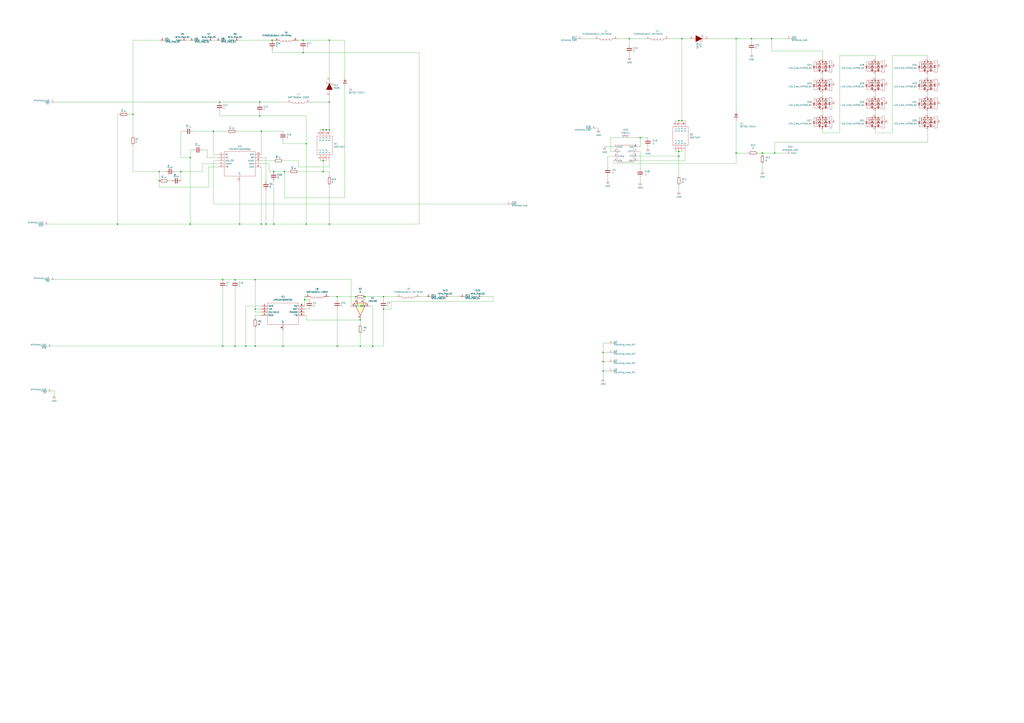
<source format=kicad_sch>
(kicad_sch (version 20211123) (generator eeschema)
  (paper "A1")
  (junction (at 213.36 95.25))
  (junction (at 214.63 184.15))
  (junction (at 295.91 284.48))
  (junction (at 209.55 229.87))
  (junction (at 156.21 184.15))
  (junction (at 633.73 31.75))
  (junction (at 495.3 304.8))
  (junction (at 224.79 184.15))
  (junction (at 148.59 140.97))
  (junction (at 265.43 132.08))
  (junction (at 214.63 107.95))
  (junction (at 224.79 140.97))
  (junction (at 617.22 31.75))
  (junction (at 193.04 229.87))
  (junction (at 182.88 284.48))
  (junction (at 265.43 106.68))
  (junction (at 180.34 83.82))
  (junction (at 270.51 33.02))
  (junction (at 270.51 106.68))
  (junction (at 156.21 129.54))
  (junction (at 495.3 297.18))
  (junction (at 209.55 254))
  (junction (at 232.41 284.48))
  (junction (at 267.97 106.68))
  (junction (at 213.36 83.82))
  (junction (at 276.86 284.48))
  (junction (at 557.53 124.46))
  (junction (at 626.11 125.73))
  (junction (at 233.68 140.97))
  (junction (at 604.52 31.75))
  (junction (at 557.53 99.06))
  (junction (at 193.04 284.48))
  (junction (at 248.92 33.02))
  (junction (at 248.92 43.18))
  (junction (at 130.81 140.97))
  (junction (at 314.96 254))
  (junction (at 276.86 243.84))
  (junction (at 251.46 118.11))
  (junction (at 560.07 99.06))
  (junction (at 130.81 148.59))
  (junction (at 314.96 243.84))
  (junction (at 201.93 284.48))
  (junction (at 292.1 243.84))
  (junction (at 109.22 93.98))
  (junction (at 223.52 33.02))
  (junction (at 218.44 184.15))
  (junction (at 306.07 284.48))
  (junction (at 295.91 262.89))
  (junction (at 299.72 243.84))
  (junction (at 557.53 128.27))
  (junction (at 516.89 31.75))
  (junction (at 182.88 229.87))
  (junction (at 96.52 184.15))
  (junction (at 175.26 107.95))
  (junction (at 251.46 184.15))
  (junction (at 495.3 289.56))
  (junction (at 525.78 113.03))
  (junction (at 636.27 125.73))
  (junction (at 196.85 184.15))
  (junction (at 250.19 246.38))
  (junction (at 270.51 83.82))
  (junction (at 560.07 31.75))
  (junction (at 604.52 125.73))
  (junction (at 265.43 140.97))
  (junction (at 270.51 184.15))
  (junction (at 209.55 284.48))
  (wire (pts (xy 251.46 184.15) (xy 224.79 184.15)))
  (wire (pts (xy 130.81 148.59) (xy 130.81 153.67)))
  (wire (pts (xy 581.66 31.75) (xy 604.52 31.75)))
  (wire (pts (xy 265.43 140.97) (xy 270.51 140.97)))
  (wire (pts (xy 270.51 140.97) (xy 270.51 144.78)))
  (wire (pts (xy 158.75 123.19) (xy 156.21 123.19)))
  (wire (pts (xy 213.36 95.25) (xy 251.46 95.25)))
  (wire (pts (xy 718.82 60.96) (xy 718.82 63.5)))
  (wire (pts (xy 562.61 132.08) (xy 562.61 124.46)))
  (wire (pts (xy 504.19 134.62) (xy 604.52 134.62)))
  (wire (pts (xy 303.53 251.46) (xy 306.07 251.46)))
  (wire (pts (xy 523.24 132.08) (xy 562.61 132.08)))
  (wire (pts (xy 44.45 229.87) (xy 182.88 229.87)))
  (wire (pts (xy 218.44 148.59) (xy 218.44 129.54)))
  (wire (pts (xy 288.29 251.46) (xy 288.29 229.87)))
  (wire (pts (xy 675.64 91.44) (xy 675.64 93.98)))
  (wire (pts (xy 499.11 128.27) (xy 499.11 137.16)))
  (wire (pts (xy 675.64 60.96) (xy 675.64 63.5)))
  (wire (pts (xy 557.53 128.27) (xy 557.53 144.78)))
  (wire (pts (xy 495.3 289.56) (xy 500.38 289.56)))
  (wire (pts (xy 196.85 149.86) (xy 196.85 184.15)))
  (wire (pts (xy 220.98 140.97) (xy 224.79 140.97)))
  (wire (pts (xy 675.64 106.68) (xy 675.64 109.22)))
  (wire (pts (xy 265.43 132.08) (xy 267.97 132.08)))
  (wire (pts (xy 209.55 259.08) (xy 209.55 261.62)))
  (wire (pts (xy 233.68 140.97) (xy 233.68 162.56)))
  (wire (pts (xy 523.24 128.27) (xy 557.53 128.27)))
  (wire (pts (xy 224.79 148.59) (xy 224.79 184.15)))
  (wire (pts (xy 295.91 266.7) (xy 295.91 262.89)))
  (wire (pts (xy 496.57 120.65) (xy 504.19 120.65)))
  (wire (pts (xy 223.52 43.18) (xy 248.92 43.18)))
  (wire (pts (xy 504.19 132.08) (xy 504.19 134.62)))
  (wire (pts (xy 170.18 123.19) (xy 170.18 129.54)))
  (wire (pts (xy 525.78 113.03) (xy 525.78 120.65)))
  (wire (pts (xy 270.51 33.02) (xy 270.51 63.5)))
  (wire (pts (xy 495.3 281.94) (xy 500.38 281.94)))
  (wire (pts (xy 158.75 107.95) (xy 175.26 107.95)))
  (wire (pts (xy 218.44 129.54) (xy 214.63 129.54)))
  (wire (pts (xy 617.22 31.75) (xy 617.22 34.29)))
  (wire (pts (xy 604.52 134.62) (xy 604.52 125.73)))
  (wire (pts (xy 288.29 229.87) (xy 209.55 229.87)))
  (wire (pts (xy 193.04 284.48) (xy 201.93 284.48)))
  (wire (pts (xy 209.55 254) (xy 214.63 254)))
  (wire (pts (xy 516.89 44.45) (xy 516.89 46.99)))
  (wire (pts (xy 718.82 45.72) (xy 718.82 48.26)))
  (wire (pts (xy 201.93 251.46) (xy 201.93 284.48)))
  (wire (pts (xy 495.3 297.18) (xy 500.38 297.18)))
  (wire (pts (xy 245.11 33.02) (xy 248.92 33.02)))
  (wire (pts (xy 251.46 118.11) (xy 251.46 184.15)))
  (wire (pts (xy 224.79 184.15) (xy 218.44 184.15)))
  (wire (pts (xy 394.97 243.84) (xy 405.13 243.84)))
  (wire (pts (xy 109.22 119.38) (xy 109.22 140.97)))
  (wire (pts (xy 732.79 109.22) (xy 732.79 45.72)))
  (wire (pts (xy 39.37 184.15) (xy 96.52 184.15)))
  (wire (pts (xy 416.56 167.64) (xy 175.26 167.64)))
  (wire (pts (xy 180.34 91.44) (xy 180.34 95.25)))
  (wire (pts (xy 180.34 95.25) (xy 213.36 95.25)))
  (wire (pts (xy 251.46 95.25) (xy 251.46 118.11)))
  (wire (pts (xy 523.24 124.46) (xy 525.78 124.46)))
  (wire (pts (xy 250.19 254) (xy 254 254)))
  (wire (pts (xy 499.11 144.78) (xy 499.11 148.59)))
  (wire (pts (xy 557.53 152.4) (xy 557.53 157.48)))
  (wire (pts (xy 218.44 184.15) (xy 214.63 184.15)))
  (wire (pts (xy 170.18 129.54) (xy 179.07 129.54)))
  (wire (pts (xy 557.53 124.46) (xy 557.53 128.27)))
  (wire (pts (xy 175.26 127) (xy 179.07 127)))
  (wire (pts (xy 270.51 106.68) (xy 267.97 106.68)))
  (wire (pts (xy 186.69 107.95) (xy 175.26 107.95)))
  (wire (pts (xy 250.19 251.46) (xy 250.19 246.38)))
  (wire (pts (xy 250.19 246.38) (xy 254 246.38)))
  (wire (pts (xy 270.51 184.15) (xy 251.46 184.15)))
  (wire (pts (xy 156.21 129.54) (xy 156.21 184.15)))
  (wire (pts (xy 405.13 247.65) (xy 321.31 247.65)))
  (wire (pts (xy 193.04 284.48) (xy 182.88 284.48)))
  (wire (pts (xy 209.55 256.54) (xy 209.55 254)))
  (wire (pts (xy 314.96 243.84) (xy 325.12 243.84)))
  (wire (pts (xy 762 116.84) (xy 636.27 116.84)))
  (wire (pts (xy 314.96 243.84) (xy 314.96 246.38)))
  (wire (pts (xy 495.3 289.56) (xy 495.3 297.18)))
  (wire (pts (xy 633.73 41.91) (xy 633.73 31.75)))
  (wire (pts (xy 560.07 31.75) (xy 560.07 99.06)))
  (wire (pts (xy 495.3 304.8) (xy 500.38 304.8)))
  (wire (pts (xy 214.63 251.46) (xy 201.93 251.46)))
  (wire (pts (xy 44.45 83.82) (xy 180.34 83.82)))
  (wire (pts (xy 295.91 274.32) (xy 295.91 284.48)))
  (wire (pts (xy 175.26 132.08) (xy 179.07 132.08)))
  (wire (pts (xy 306.07 251.46) (xy 306.07 284.48)))
  (wire (pts (xy 675.64 41.91) (xy 633.73 41.91)))
  (wire (pts (xy 214.63 256.54) (xy 209.55 256.54)))
  (wire (pts (xy 245.11 137.16) (xy 245.11 132.08)))
  (wire (pts (xy 495.3 297.18) (xy 495.3 304.8)))
  (wire (pts (xy 209.55 269.24) (xy 209.55 284.48)))
  (wire (pts (xy 718.82 91.44) (xy 718.82 93.98)))
  (wire (pts (xy 218.44 156.21) (xy 218.44 184.15)))
  (wire (pts (xy 604.52 31.75) (xy 617.22 31.75)))
  (wire (pts (xy 314.96 254) (xy 314.96 284.48)))
  (wire (pts (xy 299.72 243.84) (xy 314.96 243.84)))
  (wire (pts (xy 675.64 109.22) (xy 689.61 109.22)))
  (wire (pts (xy 718.82 109.22) (xy 732.79 109.22)))
  (wire (pts (xy 495.3 304.8) (xy 495.3 311.15)))
  (wire (pts (xy 175.26 167.64) (xy 175.26 132.08)))
  (wire (pts (xy 130.81 140.97) (xy 130.81 148.59)))
  (wire (pts (xy 617.22 31.75) (xy 633.73 31.75)))
  (wire (pts (xy 96.52 93.98) (xy 96.52 184.15)))
  (wire (pts (xy 689.61 45.72) (xy 718.82 45.72)))
  (wire (pts (xy 166.37 140.97) (xy 148.59 140.97)))
  (wire (pts (xy 250.19 246.38) (xy 250.19 243.84)))
  (wire (pts (xy 109.22 33.02) (xy 109.22 93.98)))
  (wire (pts (xy 179.07 134.62) (xy 166.37 134.62)))
  (wire (pts (xy 105.41 93.98) (xy 109.22 93.98)))
  (wire (pts (xy 201.93 284.48) (xy 209.55 284.48)))
  (wire (pts (xy 283.21 33.02) (xy 270.51 33.02)))
  (wire (pts (xy 525.78 113.03) (xy 532.13 113.03)))
  (wire (pts (xy 270.51 132.08) (xy 270.51 137.16)))
  (wire (pts (xy 276.86 243.84) (xy 292.1 243.84)))
  (wire (pts (xy 237.49 140.97) (xy 233.68 140.97)))
  (wire (pts (xy 251.46 259.08) (xy 251.46 262.89)))
  (wire (pts (xy 166.37 123.19) (xy 170.18 123.19)))
  (wire (pts (xy 477.52 31.75) (xy 487.68 31.75)))
  (wire (pts (xy 232.41 118.11) (xy 251.46 118.11)))
  (wire (pts (xy 762 60.96) (xy 762 63.5)))
  (wire (pts (xy 214.63 132.08) (xy 224.79 132.08)))
  (wire (pts (xy 554.99 99.06) (xy 557.53 99.06)))
  (wire (pts (xy 283.21 33.02) (xy 283.21 63.5)))
  (wire (pts (xy 196.85 184.15) (xy 156.21 184.15)))
  (wire (pts (xy 220.98 134.62) (xy 220.98 140.97)))
  (wire (pts (xy 195.58 33.02) (xy 223.52 33.02)))
  (wire (pts (xy 689.61 109.22) (xy 689.61 45.72)))
  (wire (pts (xy 345.44 243.84) (xy 350.52 243.84)))
  (wire (pts (xy 495.3 281.94) (xy 495.3 289.56)))
  (wire (pts (xy 132.08 33.02) (xy 109.22 33.02)))
  (wire (pts (xy 270.51 152.4) (xy 270.51 184.15)))
  (wire (pts (xy 560.07 99.06) (xy 562.61 99.06)))
  (wire (pts (xy 194.31 107.95) (xy 214.63 107.95)))
  (wire (pts (xy 276.86 284.48) (xy 295.91 284.48)))
  (wire (pts (xy 604.52 31.75) (xy 604.52 91.44)))
  (wire (pts (xy 298.45 246.38) (xy 299.72 246.38)))
  (wire (pts (xy 646.43 125.73) (xy 636.27 125.73)))
  (wire (pts (xy 501.65 124.46) (xy 501.65 113.03)))
  (wire (pts (xy 762 106.68) (xy 762 116.84)))
  (wire (pts (xy 299.72 246.38) (xy 299.72 243.84)))
  (wire (pts (xy 636.27 125.73) (xy 626.11 125.73)))
  (wire (pts (xy 604.52 125.73) (xy 614.68 125.73)))
  (wire (pts (xy 44.45 321.31) (xy 44.45 325.12)))
  (wire (pts (xy 151.13 107.95) (xy 148.59 107.95)))
  (wire (pts (xy 214.63 137.16) (xy 214.63 184.15)))
  (wire (pts (xy 405.13 243.84) (xy 405.13 247.65)))
  (wire (pts (xy 525.78 120.65) (xy 523.24 120.65)))
  (wire (pts (xy 193.04 229.87) (xy 182.88 229.87)))
  (wire (pts (xy 718.82 106.68) (xy 718.82 109.22)))
  (wire (pts (xy 214.63 184.15) (xy 196.85 184.15)))
  (wire (pts (xy 617.22 41.91) (xy 617.22 44.45)))
  (wire (pts (xy 525.78 124.46) (xy 525.78 138.43)))
  (wire (pts (xy 265.43 132.08) (xy 265.43 140.97)))
  (wire (pts (xy 762 91.44) (xy 762 93.98)))
  (wire (pts (xy 675.64 48.26) (xy 675.64 41.91)))
  (wire (pts (xy 171.45 153.67) (xy 171.45 137.16)))
  (wire (pts (xy 295.91 261.62) (xy 295.91 262.89)))
  (wire (pts (xy 321.31 247.65) (xy 321.31 254)))
  (wire (pts (xy 140.97 148.59) (xy 138.43 148.59)))
  (wire (pts (xy 193.04 237.49) (xy 193.04 284.48)))
  (wire (pts (xy 718.82 76.2) (xy 718.82 78.74)))
  (wire (pts (xy 554.99 124.46) (xy 557.53 124.46)))
  (wire (pts (xy 245.11 140.97) (xy 265.43 140.97)))
  (wire (pts (xy 148.59 148.59) (xy 148.59 140.97)))
  (wire (pts (xy 525.78 146.05) (xy 525.78 149.86)))
  (wire (pts (xy 209.55 229.87) (xy 209.55 254)))
  (wire (pts (xy 193.04 229.87) (xy 209.55 229.87)))
  (wire (pts (xy 675.64 76.2) (xy 675.64 78.74)))
  (wire (pts (xy 248.92 43.18) (xy 344.17 43.18)))
  (wire (pts (xy 250.19 259.08) (xy 251.46 259.08)))
  (wire (pts (xy 604.52 99.06) (xy 604.52 125.73)))
  (wire (pts (xy 295.91 284.48) (xy 306.07 284.48)))
  (wire (pts (xy 762 45.72) (xy 762 48.26)))
  (wire (pts (xy 508 31.75) (xy 516.89 31.75)))
  (wire (pts (xy 232.41 271.78) (xy 232.41 284.48)))
  (wire (pts (xy 214.63 134.62) (xy 220.98 134.62)))
  (wire (pts (xy 270.51 83.82) (xy 270.51 106.68)))
  (wire (pts (xy 626.11 134.62) (xy 626.11 140.97)))
  (wire (pts (xy 245.11 132.08) (xy 232.41 132.08)))
  (wire (pts (xy 560.07 31.75) (xy 566.42 31.75)))
  (wire (pts (xy 109.22 140.97) (xy 130.81 140.97)))
  (wire (pts (xy 557.53 99.06) (xy 560.07 99.06)))
  (wire (pts (xy 626.11 125.73) (xy 626.11 127)))
  (wire (pts (xy 209.55 284.48) (xy 232.41 284.48)))
  (wire (pts (xy 248.92 33.02) (xy 270.51 33.02)))
  (wire (pts (xy 166.37 134.62) (xy 166.37 140.97)))
  (wire (pts (xy 344.17 184.15) (xy 270.51 184.15)))
  (wire (pts (xy 41.91 321.31) (xy 44.45 321.31)))
  (wire (pts (xy 175.26 107.95) (xy 175.26 127)))
  (wire (pts (xy 270.51 137.16) (xy 245.11 137.16)))
  (wire (pts (xy 321.31 254) (xy 314.96 254)))
  (wire (pts (xy 276.86 254) (xy 276.86 284.48)))
  (wire (pts (xy 180.34 83.82) (xy 213.36 83.82)))
  (wire (pts (xy 532.13 120.65) (xy 532.13 121.92)))
  (wire (pts (xy 148.59 107.95) (xy 148.59 129.54)))
  (wire (pts (xy 344.17 43.18) (xy 344.17 184.15)))
  (wire (pts (xy 171.45 137.16) (xy 179.07 137.16)))
  (wire (pts (xy 633.73 31.75) (xy 646.43 31.75)))
  (wire (pts (xy 156.21 123.19) (xy 156.21 129.54)))
  (wire (pts (xy 148.59 140.97) (xy 143.51 140.97)))
  (wire (pts (xy 549.91 31.75) (xy 560.07 31.75)))
  (wire (pts (xy 251.46 262.89) (xy 295.91 262.89)))
  (wire (pts (xy 762 76.2) (xy 762 78.74)))
  (wire (pts (xy 232.41 115.57) (xy 232.41 118.11)))
  (wire (pts (xy 262.89 106.68) (xy 265.43 106.68)))
  (wire (pts (xy 213.36 83.82) (xy 213.36 85.09)))
  (wire (pts (xy 174.1262 33.02) (xy 177.9362 33.02)))
  (wire (pts (xy 488.95 105.41) (xy 491.49 105.41)))
  (wire (pts (xy 213.36 92.71) (xy 213.36 95.25)))
  (wire (pts (xy 223.52 40.64) (xy 223.52 43.18)))
  (wire (pts (xy 368.3 243.84) (xy 378.46 243.84)))
  (wire (pts (xy 293.37 246.38) (xy 292.1 246.38)))
  (wire (pts (xy 234.95 83.82) (xy 213.36 83.82)))
  (wire (pts (xy 636.27 116.84) (xy 636.27 125.73)))
  (wire (pts (xy 97.79 93.98) (xy 96.52 93.98)))
  (wire (pts (xy 41.91 284.48) (xy 182.88 284.48)))
  (wire (pts (xy 306.07 284.48) (xy 314.96 284.48)))
  (wire (pts (xy 152.4 33.02) (xy 156.21 33.02)))
  (wire (pts (xy 233.68 162.56) (xy 283.21 162.56)))
  (wire (pts (xy 292.1 246.38) (xy 292.1 243.84)))
  (wire (pts (xy 248.92 40.64) (xy 248.92 43.18)))
  (wire (pts (xy 557.53 124.46) (xy 560.07 124.46)))
  (wire (pts (xy 622.3 125.73) (xy 626.11 125.73)))
  (wire (pts (xy 516.89 36.83) (xy 516.89 31.75)))
  (wire (pts (xy 223.52 33.02) (xy 224.79 33.02)))
  (wire (pts (xy 182.88 237.49) (xy 182.88 284.48)))
  (wire (pts (xy 732.79 45.72) (xy 762 45.72)))
  (wire (pts (xy 283.21 71.12) (xy 283.21 162.56)))
  (wire (pts (xy 214.63 259.08) (xy 209.55 259.08)))
  (wire (pts (xy 233.68 140.97) (xy 224.79 140.97)))
  (wire (pts (xy 491.49 105.41) (xy 491.49 106.68)))
  (wire (pts (xy 265.43 106.68) (xy 267.97 106.68)))
  (wire (pts (xy 109.22 93.98) (xy 109.22 111.76)))
  (wire (pts (xy 96.52 184.15) (xy 156.21 184.15)))
  (wire (pts (xy 255.27 83.82) (xy 270.51 83.82)))
  (wire (pts (xy 130.81 153.67) (xy 171.45 153.67)))
  (wire (pts (xy 135.89 140.97) (xy 130.81 140.97)))
  (wire (pts (xy 516.89 31.75) (xy 529.59 31.75)))
  (wire (pts (xy 501.65 113.03) (xy 525.78 113.03)))
  (wire (pts (xy 504.19 128.27) (xy 499.11 128.27)))
  (wire (pts (xy 214.63 127) (xy 214.63 107.95)))
  (wire (pts (xy 232.41 284.48) (xy 276.86 284.48)))
  (wire (pts (xy 262.89 132.08) (xy 265.43 132.08)))
  (wire (pts (xy 270.51 83.82) (xy 270.51 78.74)))
  (wire (pts (xy 504.19 124.46) (xy 501.65 124.46)))
  (wire (pts (xy 276.86 243.84) (xy 276.86 246.38)))
  (wire (pts (xy 214.63 107.95) (xy 232.41 107.95)))
  (wire (pts (xy 148.59 129.54) (xy 156.21 129.54)))
  (wire (pts (xy 270.51 243.84) (xy 276.86 243.84)))
  (symbol (lib_id "Main_PCB_001-rescue:TPS40211QDGQRQ1-TPS40211QDGQRQ1") (at 179.07 127 0) (unit 1)
    (property "Reference" "IC3" (at 196.85 120.269 0))
    (property "Value" "TPS40211QDGQRQ1" (at 196.85 122.5804 0))
    (property "Footprint" "libraries:SOP50P490X110-11N" (effects hide))
    (property "Datasheet" "http://www.ti.com/lit/gpn/tps40211-q1" (effects hide))
    (property "Description" "4.5V to 52V Wide Input range current mode boost controller with 260 mV reference voltage" (effects hide))
    (property "Height" "1.1" (effects hide))
    (property "Manufacturer_Name" "Texas Instruments" (effects hide))
    (property "Manufacturer_Part_Number" "TPS40211QDGQRQ1" (effects hide))
    (property "Mouser Part Number" "595-TPS40211QDGQRQ1" (effects hide))
    (property "Mouser Price/Stock" "https://www.mouser.co.uk/ProductDetail/Texas-Instruments/TPS40211QDGQRQ1?qs=XGzIaZb%2FFYKjJ5OLwHPUhQ%3D%3D" (effects hide))
    (property "Arrow Part Number" "TPS40211QDGQRQ1" (effects hide))
    (property "Arrow Price/Stock" "https://www.arrow.com/en/products/tps40211qdgqrq1/texas-instruments?region=nac" (effects hide))
  )
  (symbol (lib_id "Device:R") (at 109.22 115.57 0) (unit 1)
    (property "Reference" "R4" (at 110.998 114.4016 0) (effects (justify left)))
    (property "Value" "R" (at 110.998 116.713 0) (effects (justify left)))
    (property "Footprint" "Resistor_SMD:R_0402_1005Metric_Pad0.72x0.64mm_HandSolder" (effects hide))
  )
  (symbol (lib_id "Device:R") (at 101.6 93.98 90) (unit 1)
    (property "Reference" "R3" (at 100.4316 92.202 0) (effects (justify left)))
    (property "Value" "R" (at 102.743 92.202 0) (effects (justify left)))
    (property "Footprint" "Resistor_SMD:R_0805_2012Metric_Pad1.20x1.40mm_HandSolder" (effects hide))
  )
  (symbol (lib_id "Device:R") (at 228.6 132.08 90) (unit 1)
    (property "Reference" "R8" (at 227.4316 130.302 0) (effects (justify left)))
    (property "Value" "R" (at 229.743 130.302 0) (effects (justify left)))
    (property "Footprint" "Resistor_SMD:R_0402_1005Metric_Pad0.72x0.64mm_HandSolder" (effects hide))
  )
  (symbol (lib_id "Device:R") (at 241.3 140.97 90) (unit 1)
    (property "Reference" "R9" (at 240.1316 139.192 0) (effects (justify left)))
    (property "Value" "R" (at 242.443 139.192 0) (effects (justify left)))
    (property "Footprint" "Resistor_SMD:R_0603_1608Metric_Pad0.98x0.95mm_HandSolder" (effects hide))
  )
  (symbol (lib_id "Device:R") (at 190.5 107.95 90) (unit 1)
    (property "Reference" "R7" (at 189.3316 106.172 0) (effects (justify left)))
    (property "Value" "R" (at 191.643 106.172 0) (effects (justify left)))
    (property "Footprint" "Resistor_SMD:R_0402_1005Metric_Pad0.72x0.64mm_HandSolder" (effects hide))
  )
  (symbol (lib_id "Device:R") (at 270.51 148.59 0) (unit 1)
    (property "Reference" "R10" (at 272.288 147.4216 0) (effects (justify left)))
    (property "Value" "R" (at 272.288 149.733 0) (effects (justify left)))
    (property "Footprint" "Resistor_SMD:R_0603_1608Metric_Pad0.98x0.95mm_HandSolder" (effects hide))
  )
  (symbol (lib_id "Device:C") (at 144.78 148.59 90) (unit 1)
    (property "Reference" "C6" (at 143.6116 145.669 0) (effects (justify left)))
    (property "Value" "C" (at 145.923 145.669 0) (effects (justify left)))
    (property "Footprint" "Capacitor_SMD:C_0402_1005Metric_Pad0.74x0.62mm_HandSolder" (effects hide))
  )
  (symbol (lib_id "Device:R") (at 134.62 148.59 90) (unit 1)
    (property "Reference" "R5" (at 133.4516 146.812 0) (effects (justify left)))
    (property "Value" "R" (at 135.763 146.812 0) (effects (justify left)))
    (property "Footprint" "Resistor_SMD:R_0402_1005Metric_Pad0.72x0.64mm_HandSolder" (effects hide))
  )
  (symbol (lib_id "Device:C") (at 154.94 107.95 90) (unit 1)
    (property "Reference" "C8" (at 153.7716 105.029 0) (effects (justify left)))
    (property "Value" "C" (at 156.083 105.029 0) (effects (justify left)))
    (property "Footprint" "Capacitor_SMD:C_0402_1005Metric_Pad0.74x0.62mm_HandSolder" (effects hide))
  )
  (symbol (lib_id "Device:C") (at 232.41 111.76 0) (unit 1)
    (property "Reference" "C16" (at 235.331 110.5916 0) (effects (justify left)))
    (property "Value" "C" (at 235.331 112.903 0) (effects (justify left)))
    (property "Footprint" "Capacitor_SMD:C_0603_1608Metric_Pad1.08x0.95mm_HandSolder" (effects hide))
  )
  (symbol (lib_id "Device:C") (at 139.7 140.97 90) (unit 1)
    (property "Reference" "C4" (at 138.5316 138.049 0) (effects (justify left)))
    (property "Value" "C" (at 140.843 138.049 0) (effects (justify left)))
    (property "Footprint" "Capacitor_SMD:C_0402_1005Metric_Pad0.74x0.62mm_HandSolder" (effects hide))
  )
  (symbol (lib_id "Device:C") (at 162.56 123.19 90) (unit 1)
    (property "Reference" "C9" (at 161.3916 120.269 0) (effects (justify left)))
    (property "Value" "C" (at 163.703 120.269 0) (effects (justify left)))
    (property "Footprint" "Capacitor_SMD:C_0402_1005Metric_Pad0.74x0.62mm_HandSolder" (effects hide))
  )
  (symbol (lib_id "Device:C") (at 224.79 144.78 0) (unit 1)
    (property "Reference" "C15" (at 227.711 143.6116 0) (effects (justify left)))
    (property "Value" "C" (at 227.711 145.923 0) (effects (justify left)))
    (property "Footprint" "Capacitor_SMD:C_0402_1005Metric_Pad0.74x0.62mm_HandSolder" (effects hide))
  )
  (symbol (lib_id "SS36:SS36") (at 270.51 60.96 270) (unit 1)
    (property "Reference" "D12" (at 273.812 69.9516 90) (effects (justify left)))
    (property "Value" "SS36" (at 273.812 72.263 90) (effects (justify left)))
    (property "Footprint" "libraries:SODFL4626X120N" (effects hide))
    (property "Datasheet" "https://docs.rs-online.com/a290/0900766b8002669b.pdf" (effects hide))
    (property "Description" "Rectifier Diode, Schottky, 60 Volt, DO-214AB / SMC" (effects hide))
    (property "Height" "2.62" (effects hide))
    (property "Manufacturer_Name" "Vishay" (effects hide))
    (property "Manufacturer_Part_Number" "SS36" (effects hide))
  )
  (symbol (lib_id "Diode:MM3Zxx") (at 283.21 67.31 270) (unit 1)
    (property "Reference" "Z3" (at 286.512 73.7616 90) (effects (justify left)))
    (property "Value" "BZT52-C5V1J" (at 286.512 76.073 90) (effects (justify left)))
    (property "Footprint" "Diode_SMD:D_SOD-323F" (effects hide))
    (property "Datasheet" "https://diotec.com/tl_files/diotec/files/pdf/datasheets/mm3z2v4.pdf" (effects hide))
    (property "Description" "Zener Diodes BZT52-C5V1/SOD123 SOD2" (effects hide))
    (property "Height" "1.3" (effects hide))
    (property "Manufacturer_Name" "Nexperia" (effects hide))
    (property "Manufacturer_Part_Number" "BZT52-C5V1J" (effects hide))
    (property "Mouser Part Number" "N/A" (effects hide))
    (property "Mouser Price/Stock" "https://www.mouser.com/Search/Refine.aspx?Keyword=N%2FA" (effects hide))
    (property "Arrow Part Number" "BZT52-C5V1J" (effects hide))
    (property "Arrow Price/Stock" "https://www.arrow.com/en/products/bzt52-c5v1j/nexperia" (effects hide))
  )
  (symbol (lib_id "SRP7050AA-220M:SRP7050AA-220M") (at 234.95 83.82 0) (unit 1)
    (property "Reference" "L7" (at 245.11 77.47 0))
    (property "Value" "SRP7050AA-220M" (at 245.11 80.01 0))
    (property "Footprint" "libraries:INDPM5752X300N" (effects hide))
    (property "Datasheet" "https://www.bourns.com/docs/Product-Datasheets/SRP7050AA.pdf" (effects hide))
    (property "Description" "Shielded Power Inductor 22uH" (effects hide))
    (property "Height" "5" (effects hide))
    (property "Manufacturer_Name" "Bourns" (effects hide))
    (property "Manufacturer_Part_Number" "SRP7050AA-220M" (effects hide))
    (property "Mouser Part Number" "652-SRP7050AA-220M" (effects hide))
    (property "Mouser Price/Stock" "https://www.mouser.co.uk/ProductDetail/Bourns/SRP7050AA-220M?qs=CiayqK2gdcLzSCtuPAylpQ%3D%3D" (effects hide))
  )
  (symbol (lib_id "Device:C") (at 223.52 36.83 0) (unit 1)
    (property "Reference" "C14" (at 226.441 35.6616 0) (effects (justify left)))
    (property "Value" "C" (at 226.441 37.973 0) (effects (justify left)))
    (property "Footprint" "Capacitor_SMD:C_0603_1608Metric_Pad1.08x0.95mm_HandSolder" (effects hide))
  )
  (symbol (lib_id "Device:R") (at 626.11 130.81 0) (unit 1)
    (property "Reference" "R13" (at 628.65 129.5399 0) (effects (justify left)))
    (property "Value" "R" (at 628.65 132.0799 0) (effects (justify left)))
  )
  (symbol (lib_id "power:GND") (at 496.57 120.65 0) (unit 1)
    (property "Reference" "#PWR03" (effects hide))
    (property "Value" "GND" (at 496.697 125.0442 0))
  )
  (symbol (lib_id "Connectors_for_Wire:WireHole_1p5") (at 39.37 184.15 180) (unit 1)
    (property "Reference" "D10" (at 35.56 185.4201 0) (effects (justify left)))
    (property "Value" "WireHole_1p5" (at 35.56 182.8801 0) (effects (justify left)))
    (property "Footprint" "libraries:WireHole_1p2" (effects hide))
  )
  (symbol (lib_id "LED:LED_Cree_XHP50_6V") (at 762 69.85 90) (unit 1)
    (property "Reference" "D33" (at 753.11 68.5799 90) (effects (justify left)))
    (property "Value" "LED_Cree_XHP50_6V" (at 753.11 71.1199 90) (effects (justify left)))
    (property "Footprint" "LED_SMD:LED_Cree-XHP50_6V" (effects hide))
    (property "Datasheet" "http://www.cree.com/%7E/media/Files/Cree/LED%20Components%20and%20Modules/XLamp/Data%20and%20Binning/ds%20XHP50.pdf" (effects hide))
  )
  (symbol (lib_id "Connectors_for_Wire:WireHole_1p5") (at 41.91 284.48 180) (unit 1)
    (property "Reference" "D16" (at 38.1 285.7501 0) (effects (justify left)))
    (property "Value" "WireHole_1p5" (at 38.1 283.2101 0) (effects (justify left)))
    (property "Footprint" "libraries:WireHole_1p2" (effects hide))
  )
  (symbol (lib_id "Device:C") (at 314.96 250.19 0) (unit 1)
    (property "Reference" "C3" (at 317.881 249.0216 0) (effects (justify left)))
    (property "Value" "C" (at 317.881 251.333 0) (effects (justify left)))
    (property "Footprint" "Capacitor_SMD:C_1206_3216Metric_Pad1.33x1.80mm_HandSolder" (effects hide))
  )
  (symbol (lib_id "Mounting_Holes:Mounting_Hole_M2") (at 502.92 289.56 0) (unit 1)
    (property "Reference" "U3" (at 504.19 288.2899 0) (effects (justify left)))
    (property "Value" "Mounting_Hole_M2" (at 504.19 290.8299 0) (effects (justify left)))
    (property "Footprint" "mount_holes:Hole_screw_M1p2" (effects hide))
  )
  (symbol (lib_id "LED:LED_Cree_XHP50_6V") (at 762 85.09 90) (unit 1)
    (property "Reference" "D34" (at 753.11 83.8199 90) (effects (justify left)))
    (property "Value" "LED_Cree_XHP50_6V" (at 753.11 86.3599 90) (effects (justify left)))
    (property "Footprint" "LED_SMD:LED_Cree-XHP50_6V" (effects hide))
    (property "Datasheet" "http://www.cree.com/%7E/media/Files/Cree/LED%20Components%20and%20Modules/XLamp/Data%20and%20Binning/ds%20XHP50.pdf" (effects hide))
  )
  (symbol (lib_id "LED:LED_Cree_XHP50_6V") (at 718.82 85.09 90) (unit 1)
    (property "Reference" "D30" (at 709.93 83.8199 90) (effects (justify left)))
    (property "Value" "LED_Cree_XHP50_6V" (at 709.93 86.3599 90) (effects (justify left)))
    (property "Footprint" "LED_SMD:LED_Cree-XHP50_6V" (effects hide))
    (property "Datasheet" "http://www.cree.com/%7E/media/Files/Cree/LED%20Components%20and%20Modules/XLamp/Data%20and%20Binning/ds%20XHP50.pdf" (effects hide))
  )
  (symbol (lib_id "TFM201610ALC-R47MTAA:TFM201610ALC-R47MTAA") (at 529.59 31.75 0) (unit 1)
    (property "Reference" "L2" (at 539.75 25.4 0))
    (property "Value" "TFM201610ALC-R47MTAA" (at 532.13 27.94 0))
    (property "Footprint" "libraries:INDC2016X80N" (effects hide))
    (property "Datasheet" "https://datasheet.datasheetarchive.com/originals/distributors/DKDS41/DSANUWW0039576.pdf" (effects hide))
    (property "Description" "Inductors for Power Circuits, for Consumer, Thin Film Metal, TFM201610ALC ,-40 to +125" (effects hide))
    (property "Height" "0.8" (effects hide))
    (property "Manufacturer_Name" "TDK" (effects hide))
    (property "Manufacturer_Part_Number" "TFM201610ALC-R47MTAA" (effects hide))
    (property "Mouser Part Number" "810-TFM201610ALCR47M" (effects hide))
    (property "Mouser Price/Stock" "https://www.mouser.co.uk/ProductDetail/TDK/TFM201610ALC-R47MTAA?qs=MLItCLRbWsy9rkE7tyNMeg%3D%3D" (effects hide))
    (property "Arrow Part Number" "TFM201610ALC-R47MTAA" (effects hide))
    (property "Arrow Price/Stock" "https://www.arrow.com/en/products/tfm201610alc-r47mtaa/tdk" (effects hide))
  )
  (symbol (lib_id "Connectors_for_Wire:Wire_Pad_01") (at 394.97 243.84 0) (mirror y) (unit 1)
    (property "Reference" "D15" (at 392.43 238.76 0))
    (property "Value" "Wire_Pad_01" (at 392.43 241.3 0))
    (property "Footprint" "Flat_Wires_Pads:Wire_Hole_1mm" (effects hide))
  )
  (symbol (lib_id "LED:LED_Cree_XHP50_6V") (at 675.64 54.61 90) (unit 1)
    (property "Reference" "D24" (at 666.75 53.3399 90) (effects (justify left)))
    (property "Value" "LED_Cree_XHP50_6V" (at 666.75 55.8799 90) (effects (justify left)))
    (property "Footprint" "LED_SMD:LED_Cree-XHP50_6V" (effects hide))
    (property "Datasheet" "http://www.cree.com/%7E/media/Files/Cree/LED%20Components%20and%20Modules/XLamp/Data%20and%20Binning/ds%20XHP50.pdf" (effects hide))
  )
  (symbol (lib_id "Connectors_for_Wire:WireHole_1p5") (at 488.95 105.41 0) (mirror y) (unit 1)
    (property "Reference" "D18" (at 485.14 104.1399 0) (effects (justify left)))
    (property "Value" "WireHole_1p5" (at 485.14 106.6799 0) (effects (justify left)))
    (property "Footprint" "libraries:WireHole_1p2" (effects hide))
  )
  (symbol (lib_id "LED:LED_Cree_XHP50_6V") (at 675.64 69.85 90) (unit 1)
    (property "Reference" "D25" (at 666.75 68.5799 90) (effects (justify left)))
    (property "Value" "LED_Cree_XHP50_6V" (at 666.75 71.1199 90) (effects (justify left)))
    (property "Footprint" "LED_SMD:LED_Cree-XHP50_6V" (effects hide))
    (property "Datasheet" "http://www.cree.com/%7E/media/Files/Cree/LED%20Components%20and%20Modules/XLamp/Data%20and%20Binning/ds%20XHP50.pdf" (effects hide))
  )
  (symbol (lib_id "power:GND") (at 617.22 44.45 0) (unit 1)
    (property "Reference" "#PWR09" (effects hide))
    (property "Value" "GND" (at 617.347 48.8442 0))
  )
  (symbol (lib_id "power:GND") (at 491.49 106.68 0) (unit 1)
    (property "Reference" "#PWR02" (effects hide))
    (property "Value" "GND" (at 491.617 111.0742 0))
  )
  (symbol (lib_id "Device:R") (at 295.91 243.84 90) (unit 1)
    (property "Reference" "R2" (at 295.91 237.49 90))
    (property "Value" "R" (at 295.91 240.03 90))
    (property "Footprint" "Resistor_SMD:R_0402_1005Metric_Pad0.72x0.64mm_HandSolder" (effects hide))
  )
  (symbol (lib_id "power:GND") (at 516.89 46.99 0) (unit 1)
    (property "Reference" "#PWR05" (effects hide))
    (property "Value" "GND" (at 517.017 51.3842 0))
  )
  (symbol (lib_id "Mounting_Holes:Mounting_Hole_M2") (at 502.92 304.8 0) (unit 1)
    (property "Reference" "U5" (at 504.19 303.5299 0) (effects (justify left)))
    (property "Value" "Mounting_Hole_M2" (at 504.19 306.0699 0) (effects (justify left)))
    (property "Footprint" "mount_holes:Hole_screw_M1p2" (effects hide))
  )
  (symbol (lib_id "TFM201610ALC-R47MTAA:TFM201610ALC-R47MTAA") (at 325.12 243.84 0) (unit 1)
    (property "Reference" "L9" (at 335.28 237.49 0))
    (property "Value" "TFM201610ALC-R47MTAA" (at 335.28 240.03 0))
    (property "Footprint" "libraries:INDC2016X80N" (effects hide))
    (property "Datasheet" "https://datasheet.datasheetarchive.com/originals/distributors/DKDS41/DSANUWW0039576.pdf" (effects hide))
    (property "Description" "Inductors for Power Circuits, for Consumer, Thin Film Metal, TFM201610ALC ,-40 to +125" (effects hide))
    (property "Height" "0.8" (effects hide))
    (property "Manufacturer_Name" "TDK" (effects hide))
    (property "Manufacturer_Part_Number" "TFM201610ALC-R47MTAA" (effects hide))
    (property "Mouser Part Number" "810-TFM201610ALCR47M" (effects hide))
    (property "Mouser Price/Stock" "https://www.mouser.co.uk/ProductDetail/TDK/TFM201610ALC-R47MTAA?qs=MLItCLRbWsy9rkE7tyNMeg%3D%3D" (effects hide))
    (property "Arrow Part Number" "TFM201610ALC-R47MTAA" (effects hide))
    (property "Arrow Price/Stock" "https://www.arrow.com/en/products/tfm201610alc-r47mtaa/tdk" (effects hide))
  )
  (symbol (lib_id "Device:C") (at 213.36 88.9 0) (unit 1)
    (property "Reference" "C12" (at 216.281 87.7316 0) (effects (justify left)))
    (property "Value" "C" (at 216.281 90.043 0) (effects (justify left)))
    (property "Footprint" "Capacitor_SMD:C_1206_3216Metric_Pad1.33x1.80mm_HandSolder" (effects hide))
  )
  (symbol (lib_id "Device:C") (at 276.86 250.19 0) (unit 1)
    (property "Reference" "C20" (at 279.781 249.0216 0) (effects (justify left)))
    (property "Value" "C" (at 279.781 251.333 0) (effects (justify left)))
    (property "Footprint" "Capacitor_SMD:C_1206_3216Metric_Pad1.33x1.80mm_HandSolder" (effects hide))
  )
  (symbol (lib_id "Connectors_for_Wire:WireHole_1p5") (at 44.45 83.82 180) (unit 1)
    (property "Reference" "D1" (at 40.64 85.0901 0) (effects (justify left)))
    (property "Value" "WireHole_1p5" (at 40.64 82.5501 0) (effects (justify left)))
    (property "Footprint" "libraries:WireHole_1p2" (effects hide))
  )
  (symbol (lib_id "Mounting_Holes:Mounting_Hole_M2") (at 502.92 281.94 0) (unit 1)
    (property "Reference" "U2" (at 504.19 280.6699 0) (effects (justify left)))
    (property "Value" "Mounting_Hole_M2" (at 504.19 283.2099 0) (effects (justify left)))
    (property "Footprint" "mount_holes:Hole_screw_M1p2" (effects hide))
  )
  (symbol (lib_id "LED:LED_Cree_XHP50_6V") (at 718.82 69.85 90) (unit 1)
    (property "Reference" "D29" (at 709.93 68.5799 90) (effects (justify left)))
    (property "Value" "LED_Cree_XHP50_6V" (at 709.93 71.1199 90) (effects (justify left)))
    (property "Footprint" "LED_SMD:LED_Cree-XHP50_6V" (effects hide))
    (property "Datasheet" "http://www.cree.com/%7E/media/Files/Cree/LED%20Components%20and%20Modules/XLamp/Data%20and%20Binning/ds%20XHP50.pdf" (effects hide))
  )
  (symbol (lib_id "XDS_Semi:TX6211") (at 506.73 115.57 0) (unit 1)
    (property "Reference" "D19" (at 513.715 106.68 0))
    (property "Value" "TX6211" (at 513.715 109.22 0))
    (property "Spice_Primitive" "D" (at 513.715 111.76 0))
    (property "Spice_Model" "TX6211" (at 513.715 114.3 0))
    (property "Spice_Netlist_Enabled" "Y" (at 513.715 116.84 0))
  )
  (symbol (lib_id "Diode:MM3Zxx") (at 604.52 95.25 270) (unit 1)
    (property "Reference" "Z1" (at 607.822 101.7016 90) (effects (justify left)))
    (property "Value" "BZT52-C5V1J" (at 607.822 104.013 90) (effects (justify left)))
    (property "Footprint" "Diode_SMD:D_SOD-323F" (effects hide))
    (property "Datasheet" "https://diotec.com/tl_files/diotec/files/pdf/datasheets/mm3z2v4.pdf" (effects hide))
    (property "Description" "Zener Diodes BZT52-C5V1/SOD123 SOD2" (effects hide))
    (property "Height" "1.3" (effects hide))
    (property "Manufacturer_Name" "Nexperia" (effects hide))
    (property "Manufacturer_Part_Number" "BZT52-C5V1J" (effects hide))
    (property "Mouser Part Number" "N/A" (effects hide))
    (property "Mouser Price/Stock" "https://www.mouser.com/Search/Refine.aspx?Keyword=N%2FA" (effects hide))
    (property "Arrow Part Number" "BZT52-C5V1J" (effects hide))
    (property "Arrow Price/Stock" "https://www.arrow.com/en/products/bzt52-c5v1j/nexperia" (effects hide))
  )
  (symbol (lib_id "LED:LED_Cree_XHP50_6V") (at 718.82 100.33 90) (unit 1)
    (property "Reference" "D31" (at 709.93 99.0599 90) (effects (justify left)))
    (property "Value" "LED_Cree_XHP50_6V" (at 709.93 101.5999 90) (effects (justify left)))
    (property "Footprint" "LED_SMD:LED_Cree-XHP50_6V" (effects hide))
    (property "Datasheet" "http://www.cree.com/%7E/media/Files/Cree/LED%20Components%20and%20Modules/XLamp/Data%20and%20Binning/ds%20XHP50.pdf" (effects hide))
  )
  (symbol (lib_id "Device:C") (at 180.34 87.63 0) (unit 1)
    (property "Reference" "C11" (at 183.261 86.4616 0) (effects (justify left)))
    (property "Value" "C" (at 183.261 88.773 0) (effects (justify left)))
    (property "Footprint" "Capacitor_SMD:C_0603_1608Metric_Pad1.08x0.95mm_HandSolder" (effects hide))
  )
  (symbol (lib_id "power:GND") (at 626.11 140.97 0) (unit 1)
    (property "Reference" "#PWR010" (effects hide))
    (property "Value" "GND" (at 626.237 145.3642 0))
  )
  (symbol (lib_id "LED:LED_Cree_XHP50_6V") (at 762 54.61 90) (unit 1)
    (property "Reference" "D32" (at 753.11 53.3399 90) (effects (justify left)))
    (property "Value" "LED_Cree_XHP50_6V" (at 753.11 55.8799 90) (effects (justify left)))
    (property "Footprint" "LED_SMD:LED_Cree-XHP50_6V" (effects hide))
    (property "Datasheet" "http://www.cree.com/%7E/media/Files/Cree/LED%20Components%20and%20Modules/XLamp/Data%20and%20Binning/ds%20XHP50.pdf" (effects hide))
  )
  (symbol (lib_id "Connectors_for_Wire:Wire_Pad_01") (at 368.3 243.84 0) (mirror y) (unit 1)
    (property "Reference" "D13" (at 365.76 238.76 0))
    (property "Value" "Wire_Pad_01" (at 365.76 241.3 0))
    (property "Footprint" "Flat_Wires_Pads:Wire_Hole_1mm" (effects hide))
  )
  (symbol (lib_id "Device:R") (at 618.49 125.73 90) (unit 1)
    (property "Reference" "R12" (at 618.49 119.38 90))
    (property "Value" "R" (at 618.49 121.92 90))
  )
  (symbol (lib_id "LM5164QDDATQ1:LM5164QDDATQ1") (at 214.63 251.46 0) (unit 1)
    (property "Reference" "IC1" (at 232.41 243.84 0))
    (property "Value" "LM5164QDDATQ1" (at 232.41 246.38 0))
    (property "Footprint" "libraries:SOIC127P600X170-9N" (effects hide))
    (property "Datasheet" "http://www.ti.com/lit/gpn/LM5164-Q1" (effects hide))
    (property "Description" "6-V to 100-V input, 1-A synchronous DC-DC buck converter with ultra-low IQ" (effects hide))
    (property "Height" "1.7" (effects hide))
    (property "Manufacturer_Name" "Texas Instruments" (effects hide))
    (property "Manufacturer_Part_Number" "LM5164QDDATQ1" (effects hide))
    (property "Mouser Part Number" "595-LM5164QDDATQ1" (effects hide))
    (property "Mouser Price/Stock" "https://www.mouser.co.uk/ProductDetail/Texas-Instruments/LM5164QDDATQ1?qs=PqoDHHvF64%252BzDzZmorCjJQ%3D%3D" (effects hide))
    (property "Arrow Part Number" "LM5164QDDATQ1" (effects hide))
    (property "Arrow Price/Stock" "https://www.arrow.com/en/products/lm5164qddatq1/texas-instruments?region=nac" (effects hide))
  )
  (symbol (lib_id "Device:C") (at 248.92 36.83 0) (unit 1)
    (property "Reference" "C17" (at 251.841 35.6616 0) (effects (justify left)))
    (property "Value" "C" (at 251.841 37.973 0) (effects (justify left)))
    (property "Footprint" "Capacitor_SMD:C_1206_3216Metric_Pad1.33x1.80mm_HandSolder" (effects hide))
  )
  (symbol (lib_id "Connectors_for_Wire:WireHole_1p5") (at 416.56 167.64 0) (unit 1)
    (property "Reference" "D20" (at 420.37 166.3699 0) (effects (justify left)))
    (property "Value" "WireHole_1p5" (at 420.37 168.9099 0) (effects (justify left)))
    (property "Footprint" "libraries:WireHole_1p2" (effects hide))
  )
  (symbol (lib_id "Device:C") (at 525.78 142.24 0) (unit 1)
    (property "Reference" "C18" (at 529.59 140.9699 0) (effects (justify left)))
    (property "Value" "C" (at 529.59 143.5099 0) (effects (justify left)))
  )
  (symbol (lib_id "Connectors_for_Wire:Wire_Pad_01") (at 177.9362 33.02 0) (unit 1)
    (property "Reference" "D8" (at 181.7462 31.7499 0) (effects (justify left)))
    (property "Value" "Wire_Pad_01" (at 181.7462 34.2899 0) (effects (justify left)))
    (property "Footprint" "Flat_Wires_Pads:Wire_Hole_1mm" (effects hide))
  )
  (symbol (lib_id "Device:C") (at 532.13 116.84 0) (unit 1)
    (property "Reference" "C19" (at 535.94 115.5699 0) (effects (justify left)))
    (property "Value" "C" (at 535.94 118.1099 0) (effects (justify left)))
  )
  (symbol (lib_id "LED:LED_Cree_XHP50_6V") (at 675.64 85.09 90) (unit 1)
    (property "Reference" "D26" (at 666.75 83.8199 90) (effects (justify left)))
    (property "Value" "LED_Cree_XHP50_6V" (at 666.75 86.3599 90) (effects (justify left)))
    (property "Footprint" "LED_SMD:LED_Cree-XHP50_6V" (effects hide))
    (property "Datasheet" "http://www.cree.com/%7E/media/Files/Cree/LED%20Components%20and%20Modules/XLamp/Data%20and%20Binning/ds%20XHP50.pdf" (effects hide))
  )
  (symbol (lib_id "Amplifier_Current:INA138") (at 295.91 254 90) (mirror x) (unit 1)
    (property "Reference" "U1" (at 306.07 244.8812 90))
    (property "Value" "INA138" (at 306.07 247.4212 90))
    (property "Footprint" "Package_TO_SOT_SMD:SOT-23-5" (effects hide))
    (property "Datasheet" "http://www.ti.com/lit/ds/symlink/ina138.pdf" (effects hide))
  )
  (symbol (lib_id "TFM201610ALC-R47MTAA:TFM201610ALC-R47MTAA") (at 487.68 31.75 0) (unit 1)
    (property "Reference" "L1" (at 497.84 25.4 0))
    (property "Value" "TFM201610ALC-R47MTAA" (at 490.22 27.94 0))
    (property "Footprint" "libraries:INDC2016X80N" (effects hide))
    (property "Datasheet" "https://datasheet.datasheetarchive.com/originals/distributors/DKDS41/DSANUWW0039576.pdf" (effects hide))
    (property "Description" "Inductors for Power Circuits, for Consumer, Thin Film Metal, TFM201610ALC ,-40 to +125" (effects hide))
    (property "Height" "0.8" (effects hide))
    (property "Manufacturer_Name" "TDK" (effects hide))
    (property "Manufacturer_Part_Number" "TFM201610ALC-R47MTAA" (effects hide))
    (property "Mouser Part Number" "810-TFM201610ALCR47M" (effects hide))
    (property "Mouser Price/Stock" "https://www.mouser.co.uk/ProductDetail/TDK/TFM201610ALC-R47MTAA?qs=MLItCLRbWsy9rkE7tyNMeg%3D%3D" (effects hide))
    (property "Arrow Part Number" "TFM201610ALC-R47MTAA" (effects hide))
    (property "Arrow Price/Stock" "https://www.arrow.com/en/products/tfm201610alc-r47mtaa/tdk" (effects hide))
  )
  (symbol (lib_id "Connectors_for_Wire:Wire_Pad_01") (at 350.52 243.84 0) (unit 1)
    (property "Reference" "D11" (at 354.33 242.5699 0) (effects (justify left)))
    (property "Value" "Wire_Pad_01" (at 354.33 245.1099 0) (effects (justify left)))
    (property "Footprint" "Flat_Wires_Pads:Wire_Hole_1mm" (effects hide))
  )
  (symbol (lib_id "Connectors_for_Wire:Wire_Pad_01") (at 378.46 243.84 0) (unit 1)
    (property "Reference" "D14" (at 382.27 242.5699 0) (effects (justify left)))
    (property "Value" "Wire_Pad_01" (at 382.27 245.1099 0) (effects (justify left)))
    (property "Footprint" "Flat_Wires_Pads:Wire_Hole_1mm" (effects hide))
  )
  (symbol (lib_id "LED:LED_Cree_XHP50_6V") (at 718.82 54.61 90) (unit 1)
    (property "Reference" "D28" (at 709.93 53.3399 90) (effects (justify left)))
    (property "Value" "LED_Cree_XHP50_6V" (at 709.93 55.8799 90) (effects (justify left)))
    (property "Footprint" "LED_SMD:LED_Cree-XHP50_6V" (effects hide))
    (property "Datasheet" "http://www.cree.com/%7E/media/Files/Cree/LED%20Components%20and%20Modules/XLamp/Data%20and%20Binning/ds%20XHP50.pdf" (effects hide))
  )
  (symbol (lib_id "power:GND") (at 532.13 121.92 0) (unit 1)
    (property "Reference" "#PWR07" (effects hide))
    (property "Value" "GND" (at 532.257 126.3142 0))
  )
  (symbol (lib_id "Device:C") (at 499.11 140.97 0) (unit 1)
    (property "Reference" "C5" (at 502.92 139.6999 0) (effects (justify left)))
    (property "Value" "C" (at 502.92 142.2399 0) (effects (justify left)))
  )
  (symbol (lib_id "Connectors_for_Wire:WireHole_1p5") (at 41.91 321.31 180) (unit 1)
    (property "Reference" "D3" (at 38.1 322.5801 0) (effects (justify left)))
    (property "Value" "WireHole_1p5" (at 38.1 320.0401 0) (effects (justify left)))
    (property "Footprint" "libraries:WireHole_1p2" (effects hide))
  )
  (symbol (lib_id "LED:LED_Cree_XHP50_6V") (at 762 100.33 90) (unit 1)
    (property "Reference" "D35" (at 753.11 99.0599 90) (effects (justify left)))
    (property "Value" "LED_Cree_XHP50_6V" (at 753.11 101.5999 90) (effects (justify left)))
    (property "Footprint" "LED_SMD:LED_Cree-XHP50_6V" (effects hide))
    (property "Datasheet" "http://www.cree.com/%7E/media/Files/Cree/LED%20Components%20and%20Modules/XLamp/Data%20and%20Binning/ds%20XHP50.pdf" (effects hide))
  )
  (symbol (lib_id "Connectors_for_Wire:Wire_Pad_01") (at 174.1262 33.02 0) (mirror y) (unit 1)
    (property "Reference" "D7" (at 171.5862 27.94 0))
    (property "Value" "Wire_Pad_01" (at 171.5862 30.48 0))
    (property "Footprint" "Flat_Wires_Pads:Wire_Hole_1mm" (effects hide))
  )
  (symbol (lib_id "Device:R") (at 295.91 270.51 180) (unit 1)
    (property "Reference" "R6" (at 298.45 269.2399 0) (effects (justify right)))
    (property "Value" "R" (at 298.45 271.7799 0) (effects (justify right)))
    (property "Footprint" "Resistor_SMD:R_0402_1005Metric_Pad0.72x0.64mm_HandSolder" (effects hide))
  )
  (symbol (lib_id "SRP4020TA-100M:SRP4020TA-100M") (at 250.19 243.84 0) (unit 1)
    (property "Reference" "L8" (at 260.35 237.49 0))
    (property "Value" "SRP4020TA-100M" (at 260.35 240.03 0))
    (property "Footprint" "libraries:INDPM4441X200N" (effects hide))
    (property "Datasheet" "http://www.bourns.com/docs/Product-Datasheets/SRP4020TA.pdf" (effects hide))
    (property "Description" "Bourns SRP4020TA Series Shielded Wire-wound SMD Inductor with a Carbonyl Powder Core, 10 uH +/-20% 1.8A Idc" (effects hide))
    (property "Height" "2" (effects hide))
    (property "Manufacturer_Name" "Bourns" (effects hide))
    (property "Manufacturer_Part_Number" "SRP4020TA-100M" (effects hide))
    (property "Mouser Part Number" "652-SRP4020TA-100M" (effects hide))
    (property "Mouser Price/Stock" "https://www.mouser.co.uk/ProductDetail/Bourns/SRP4020TA-100M?qs=Ph8%2FHnX6CQx3wposaLflWQ%3D%3D" (effects hide))
    (property "Arrow Part Number" "SRP4020TA-100M" (effects hide))
    (property "Arrow Price/Stock" "https://www.arrow.com/en/products/srp4020ta-100m/bourns?region=nac" (effects hide))
  )
  (symbol (lib_id "LED:LED_Cree_XHP50_6V") (at 675.64 100.33 90) (unit 1)
    (property "Reference" "D27" (at 666.75 99.0599 90) (effects (justify left)))
    (property "Value" "LED_Cree_XHP50_6V" (at 666.75 101.5999 90) (effects (justify left)))
    (property "Footprint" "LED_SMD:LED_Cree-XHP50_6V" (effects hide))
    (property "Datasheet" "http://www.cree.com/%7E/media/Files/Cree/LED%20Components%20and%20Modules/XLamp/Data%20and%20Binning/ds%20XHP50.pdf" (effects hide))
  )
  (symbol (lib_id "TFM201610ALC-R47MTAA:TFM201610ALC-R47MTAA") (at 224.79 33.02 0) (unit 1)
    (property "Reference" "L6" (at 234.95 26.67 0))
    (property "Value" "TFM201610ALC-R47MTAA" (at 227.33 29.21 0))
    (property "Footprint" "libraries:INDC2016X80N" (effects hide))
    (property "Datasheet" "https://datasheet.datasheetarchive.com/originals/distributors/DKDS41/DSANUWW0039576.pdf" (effects hide))
    (property "Description" "Inductors for Power Circuits, for Consumer, Thin Film Metal, TFM201610ALC ,-40 to +125" (effects hide))
    (property "Height" "0.8" (effects hide))
    (property "Manufacturer_Name" "TDK" (effects hide))
    (property "Manufacturer_Part_Number" "TFM201610ALC-R47MTAA" (effects hide))
    (property "Mouser Part Number" "810-TFM201610ALCR47M" (effects hide))
    (property "Mouser Price/Stock" "https://www.mouser.co.uk/ProductDetail/TDK/TFM201610ALC-R47MTAA?qs=MLItCLRbWsy9rkE7tyNMeg%3D%3D" (effects hide))
    (property "Arrow Part Number" "TFM201610ALC-R47MTAA" (effects hide))
    (property "Arrow Price/Stock" "https://www.arrow.com/en/products/tfm201610alc-r47mtaa/tdk" (effects hide))
  )
  (symbol (lib_id "Connectors_for_Wire:WireHole_1p5") (at 646.43 125.73 0) (mirror x) (unit 1)
    (property "Reference" "D23" (at 648.97 120.65 0))
    (property "Value" "WireHole_1p5" (at 648.97 123.19 0))
    (property "Footprint" "libraries:WireHole_1p2" (effects hide))
  )
  (symbol (lib_id "Device:C") (at 254 250.19 0) (unit 1)
    (property "Reference" "C2" (at 256.921 249.0216 0) (effects (justify left)))
    (property "Value" "C" (at 256.921 251.333 0) (effects (justify left)))
    (property "Footprint" "Capacitor_SMD:C_0402_1005Metric_Pad0.74x0.62mm_HandSolder" (effects hide))
  )
  (symbol (lib_id "Mounting_Holes:Mounting_Hole_M2") (at 502.92 297.18 0) (unit 1)
    (property "Reference" "U4" (at 504.19 295.9099 0) (effects (justify left)))
    (property "Value" "Mounting_Hole_M2" (at 504.19 298.4499 0) (effects (justify left)))
    (property "Footprint" "mount_holes:Hole_screw_M1p2" (effects hide))
  )
  (symbol (lib_id "Connectors_for_Wire:WireHole_1p5") (at 646.43 31.75 0) (unit 1)
    (property "Reference" "D22" (at 650.24 30.4799 0) (effects (justify left)))
    (property "Value" "WireHole_1p5" (at 650.24 33.0199 0) (effects (justify left)))
    (property "Footprint" "libraries:WireHole_1p2" (effects hide))
  )
  (symbol (lib_id "Device:C") (at 193.04 233.68 0) (unit 1)
    (property "Reference" "C10" (at 195.961 232.5116 0) (effects (justify left)))
    (property "Value" "C" (at 195.961 234.823 0) (effects (justify left)))
    (property "Footprint" "Capacitor_SMD:C_1206_3216Metric_Pad1.33x1.80mm_HandSolder" (effects hide))
  )
  (symbol (lib_id "AON7407:AON7407") (at 554.99 124.46 90) (unit 1)
    (property "Reference" "Q2" (at 566.42 110.4899 90) (effects (justify right)))
    (property "Value" "AON7407" (at 566.42 113.0299 90) (effects (justify right)))
    (property "Footprint" "libraries:DFN_3X3_EP" (effects hide))
    (property "Datasheet" "http://aosmd.com/res/data_sheets/AON7407.pdf" (effects hide))
    (property "Description" "MOSFET P-CH 20V 14.5A 8DFN" (effects hide))
    (property "Manufacturer_Name" "Alpha & Omega Semiconductors" (effects hide))
    (property "Manufacturer_Part_Number" "AON7407" (effects hide))
    (property "Arrow Part Number" "AON7407" (effects hide))
    (property "Arrow Price/Stock" "https://www.arrow.com/en/products/aon7407/alpha-and-omega-semiconductor?region=nac" (effects hide))
  )
  (symbol (lib_id "Device:C") (at 218.44 152.4 0) (unit 1)
    (property "Reference" "C1" (at 221.361 151.2316 0) (effects (justify left)))
    (property "Value" "C" (at 221.361 153.543 0) (effects (justify left)))
    (property "Footprint" "Capacitor_SMD:C_0402_1005Metric_Pad0.74x0.62mm_HandSolder" (effects hide))
  )
  (symbol (lib_id "power:GND") (at 495.3 311.15 0) (unit 1)
    (property "Reference" "#PWR034" (effects hide))
    (property "Value" "GND" (at 495.427 315.5442 0))
  )
  (symbol (lib_id "Device:C") (at 617.22 38.1 0) (unit 1)
    (property "Reference" "C21" (at 620.141 36.9316 0) (effects (justify left)))
    (property "Value" "C" (at 620.141 39.243 0) (effects (justify left)))
    (property "Footprint" "Capacitor_SMD:C_1206_3216Metric_Pad1.33x1.80mm_HandSolder" (effects hide))
  )
  (symbol (lib_id "Connectors_for_Wire:WireHole_1p5") (at 477.52 31.75 0) (mirror y) (unit 1)
    (property "Reference" "D17" (at 473.71 30.4799 0) (effects (justify left)))
    (property "Value" "WireHole_1p5" (at 473.71 33.0199 0) (effects (justify left)))
    (property "Footprint" "libraries:WireHole_1p2" (effects hide))
  )
  (symbol (lib_id "power:GND") (at 557.53 157.48 0) (unit 1)
    (property "Reference" "#PWR08" (effects hide))
    (property "Value" "GND" (at 557.657 161.8742 0))
  )
  (symbol (lib_id "Connectors_for_Wire:Wire_Pad_01") (at 156.21 33.02 0) (unit 1)
    (property "Reference" "D6" (at 160.02 31.7499 0) (effects (justify left)))
    (property "Value" "Wire_Pad_01" (at 160.02 34.2899 0) (effects (justify left)))
    (property "Footprint" "Flat_Wires_Pads:Wire_Hole_1mm" (effects hide))
  )
  (symbol (lib_id "Device:C") (at 516.89 40.64 0) (unit 1)
    (property "Reference" "C13" (at 519.811 39.4716 0) (effects (justify left)))
    (property "Value" "C" (at 519.811 41.783 0) (effects (justify left)))
    (property "Footprint" "Capacitor_SMD:C_1206_3216Metric_Pad1.33x1.80mm_HandSolder" (effects hide))
  )
  (symbol (lib_id "Device:C") (at 182.88 233.68 0) (unit 1)
    (property "Reference" "C7" (at 185.801 232.5116 0) (effects (justify left)))
    (property "Value" "C" (at 185.801 234.823 0) (effects (justify left)))
    (property "Footprint" "Capacitor_SMD:C_0603_1608Metric_Pad1.08x0.95mm_HandSolder" (effects hide))
  )
  (symbol (lib_id "Device:R") (at 557.53 148.59 0) (unit 1)
    (property "Reference" "R11" (at 560.07 147.3199 0) (effects (justify left)))
    (property "Value" "R" (at 560.07 149.8599 0) (effects (justify left)))
  )
  (symbol (lib_id "Connectors_for_Wire:Wire_Pad_01") (at 132.08 33.02 0) (unit 1)
    (property "Reference" "D4" (at 135.89 31.7499 0) (effects (justify left)))
    (property "Value" "Wire_Pad_01" (at 135.89 34.2899 0) (effects (justify left)))
    (property "Footprint" "Flat_Wires_Pads:Wire_Hole_1mm" (effects hide))
  )
  (symbol (lib_id "power:GND") (at 525.78 149.86 0) (unit 1)
    (property "Reference" "#PWR06" (effects hide))
    (property "Value" "GND" (at 525.907 154.2542 0))
  )
  (symbol (lib_id "Connectors_for_Wire:Wire_Pad_01") (at 195.58 33.02 0) (mirror y) (unit 1)
    (property "Reference" "D9" (at 193.04 27.94 0))
    (property "Value" "Wire_Pad_01" (at 193.04 30.48 0))
    (property "Footprint" "Flat_Wires_Pads:Wire_Hole_1mm" (effects hide))
  )
  (symbol (lib_id "SS36:SS36") (at 584.2 31.75 180) (unit 1)
    (property "Reference" "D21" (at 575.2084 35.052 90) (effects (justify left)))
    (property "Value" "SS36" (at 572.897 35.052 90) (effects (justify left)))
    (property "Footprint" "libraries:SODFL4626X120N" (effects hide))
    (property "Datasheet" "https://docs.rs-online.com/a290/0900766b8002669b.pdf" (effects hide))
    (property "Description" "Rectifier Diode, Schottky, 60 Volt, DO-214AB / SMC" (effects hide))
    (property "Height" "2.62" (effects hide))
    (property "Manufacturer_Name" "Vishay" (effects hide))
    (property "Manufacturer_Part_Number" "SS36" (effects hide))
  )
  (symbol (lib_id "power:GND") (at 499.11 148.59 0) (unit 1)
    (property "Reference" "#PWR04" (effects hide))
    (property "Value" "GND" (at 499.237 152.9842 0))
  )
  (symbol (lib_id "AON7407:AON7407") (at 262.89 132.08 90) (unit 1)
    (property "Reference" "Q1" (at 274.32 118.1099 90) (effects (justify right)))
    (property "Value" "AON7407" (at 274.32 120.6499 90) (effects (justify right)))
    (property "Footprint" "libraries:DFN_3X3_EP" (effects hide))
    (property "Datasheet" "http://aosmd.com/res/data_sheets/AON7407.pdf" (effects hide))
    (property "Description" "MOSFET P-CH 20V 14.5A 8DFN" (effects hide))
    (property "Manufacturer_Name" "Alpha & Omega Semiconductors" (effects hide))
    (property "Manufacturer_Part_Number" "AON7407" (effects hide))
    (property "Arrow Part Number" "AON7407" (effects hide))
    (property "Arrow Price/Stock" "https://www.arrow.com/en/products/aon7407/alpha-and-omega-semiconductor?region=nac" (effects hide))
  )
  (symbol (lib_id "Device:R") (at 209.55 265.43 0) (unit 1)
    (property "Reference" "R1" (at 212.09 264.1599 0) (effects (justify left)))
    (property "Value" "R" (at 212.09 266.6999 0) (effects (justify left)))
    (property "Footprint" "Resistor_SMD:R_0402_1005Metric_Pad0.72x0.64mm_HandSolder" (effects hide))
  )
  (symbol (lib_id "Connectors_for_Wire:Wire_Pad_01") (at 152.4 33.02 0) (mirror y) (unit 1)
    (property "Reference" "D5" (at 149.86 27.94 0))
    (property "Value" "Wire_Pad_01" (at 149.86 30.48 0))
    (property "Footprint" "Flat_Wires_Pads:Wire_Hole_1mm" (effects hide))
  )
  (symbol (lib_id "Connectors_for_Wire:WireHole_1p5") (at 44.45 229.87 180) (unit 1)
    (property "Reference" "D2" (at 40.64 231.1401 0) (effects (justify left)))
    (property "Value" "WireHole_1p5" (at 40.64 228.6001 0) (effects (justify left)))
    (property "Footprint" "libraries:WireHole_1p2" (effects hide))
  )
  (symbol (lib_id "power:GND") (at 44.45 325.12 0) (unit 1)
    (property "Reference" "#PWR01" (effects hide))
    (property "Value" "GND" (at 44.577 329.5142 0))
  )
)
</source>
